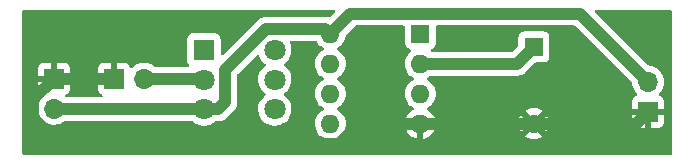
<source format=gbr>
%TF.GenerationSoftware,KiCad,Pcbnew,6.0.9+dfsg-1*%
%TF.CreationDate,2023-01-17T16:08:27-08:00*%
%TF.ProjectId,backup_beeper_kicad,6261636b-7570-45f6-9265-657065725f6b,rev?*%
%TF.SameCoordinates,PX7616b68PY59a0560*%
%TF.FileFunction,Copper,L1,Top*%
%TF.FilePolarity,Positive*%
%FSLAX46Y46*%
G04 Gerber Fmt 4.6, Leading zero omitted, Abs format (unit mm)*
G04 Created by KiCad (PCBNEW 6.0.9+dfsg-1) date 2023-01-17 16:08:27*
%MOMM*%
%LPD*%
G01*
G04 APERTURE LIST*
%TA.AperFunction,ComponentPad*%
%ADD10R,1.600000X1.600000*%
%TD*%
%TA.AperFunction,ComponentPad*%
%ADD11O,1.600000X1.600000*%
%TD*%
%TA.AperFunction,ComponentPad*%
%ADD12R,1.800000X1.800000*%
%TD*%
%TA.AperFunction,ComponentPad*%
%ADD13C,1.800000*%
%TD*%
%TA.AperFunction,ComponentPad*%
%ADD14R,1.700000X1.700000*%
%TD*%
%TA.AperFunction,ComponentPad*%
%ADD15O,1.700000X1.700000*%
%TD*%
%TA.AperFunction,ComponentPad*%
%ADD16C,1.600000*%
%TD*%
%TA.AperFunction,Conductor*%
%ADD17C,1.000000*%
%TD*%
G04 APERTURE END LIST*
D10*
%TO.P,U1,1,~{RESET}/PB5*%
%TO.N,unconnected-(U1-Pad1)*%
X34196666Y-2540000D03*
D11*
%TO.P,U1,2,XTAL1/PB3*%
%TO.N,Net-(BZ1-Pad1)*%
X34196666Y-5080000D03*
%TO.P,U1,3,XTAL2/PB4*%
%TO.N,unconnected-(U1-Pad3)*%
X34196666Y-7620000D03*
%TO.P,U1,4,GND*%
%TO.N,GND*%
X34196666Y-10160000D03*
%TO.P,U1,5,AREF/PB0*%
%TO.N,unconnected-(U1-Pad5)*%
X26576666Y-10160000D03*
%TO.P,U1,6,PB1*%
%TO.N,unconnected-(U1-Pad6)*%
X26576666Y-7620000D03*
%TO.P,U1,7,PB2*%
%TO.N,unconnected-(U1-Pad7)*%
X26576666Y-5080000D03*
%TO.P,U1,8,VCC*%
%TO.N,/VCC*%
X26576666Y-2540000D03*
%TD*%
D12*
%TO.P,SW1,1,A*%
%TO.N,unconnected-(SW1-Pad1)*%
X15875000Y-3927500D03*
D13*
%TO.P,SW1,2,B*%
%TO.N,/4V*%
X15875000Y-6427500D03*
%TO.P,SW1,3,C*%
%TO.N,/VCC*%
X15875000Y-8927500D03*
%TO.P,SW1,4,A*%
%TO.N,unconnected-(SW1-Pad4)*%
X21875000Y-3927500D03*
%TO.P,SW1,5,B*%
%TO.N,unconnected-(SW1-Pad5)*%
X21875000Y-6427500D03*
%TO.P,SW1,6,C*%
%TO.N,unconnected-(SW1-Pad6)*%
X21875000Y-8927500D03*
%TD*%
D14*
%TO.P,J3,1,Pin_1*%
%TO.N,GND*%
X53467000Y-9144000D03*
D15*
%TO.P,J3,2,Pin_2*%
%TO.N,/VCC*%
X53467000Y-6604000D03*
%TD*%
D14*
%TO.P,J2,1,Pin_1*%
%TO.N,GND*%
X3175000Y-6350000D03*
D15*
%TO.P,J2,2,Pin_2*%
%TO.N,/VCC*%
X3175000Y-8890000D03*
%TD*%
D14*
%TO.P,J1,1,Pin_1*%
%TO.N,GND*%
X8255000Y-6350000D03*
D15*
%TO.P,J1,2,Pin_2*%
%TO.N,/4V*%
X10795000Y-6350000D03*
%TD*%
D10*
%TO.P,BZ1,1,-*%
%TO.N,Net-(BZ1-Pad1)*%
X43815000Y-3660000D03*
D16*
%TO.P,BZ1,2,+*%
%TO.N,GND*%
X43815000Y-10160000D03*
%TD*%
D17*
%TO.N,/VCC*%
X53467000Y-6604000D02*
X47703000Y-840000D01*
X47703000Y-840000D02*
X28276666Y-840000D01*
%TO.N,GND*%
X43815000Y-10160000D02*
X52451000Y-10160000D01*
X52451000Y-10160000D02*
X53467000Y-9144000D01*
X3605000Y-11860000D02*
X27280830Y-11860000D01*
X27280830Y-11860000D02*
X28980830Y-10160000D01*
X1425000Y-9680000D02*
X3605000Y-11860000D01*
X1425000Y-8100000D02*
X1425000Y-9680000D01*
X3175000Y-6350000D02*
X1425000Y-8100000D01*
X28980830Y-10160000D02*
X34196666Y-10160000D01*
X8255000Y-6350000D02*
X3175000Y-6350000D01*
%TO.N,/VCC*%
X15875000Y-8927500D02*
X3212500Y-8927500D01*
X3212500Y-8927500D02*
X3175000Y-8890000D01*
%TO.N,/4V*%
X10795000Y-6350000D02*
X15797500Y-6350000D01*
X15797500Y-6350000D02*
X15875000Y-6427500D01*
%TO.N,/VCC*%
X26164166Y-2127500D02*
X21129415Y-2127500D01*
X26576666Y-2540000D02*
X26164166Y-2127500D01*
X21129415Y-2127500D02*
X17675000Y-5581915D01*
X17675000Y-5581915D02*
X17675000Y-8360000D01*
X17675000Y-8360000D02*
X17107500Y-8927500D01*
X17107500Y-8927500D02*
X15875000Y-8927500D01*
X26576666Y-2540000D02*
X28276666Y-840000D01*
%TO.N,GND*%
X34196666Y-10160000D02*
X43815000Y-10160000D01*
%TO.N,Net-(BZ1-Pad1)*%
X34196666Y-5080000D02*
X42395000Y-5080000D01*
X42395000Y-5080000D02*
X43815000Y-3660000D01*
%TD*%
%TA.AperFunction,Conductor*%
%TO.N,GND*%
G36*
X26945862Y-528502D02*
G01*
X26992355Y-582158D01*
X27002459Y-652432D01*
X26972965Y-717012D01*
X26966836Y-723595D01*
X26565156Y-1125275D01*
X26502844Y-1159301D01*
X26437963Y-1156282D01*
X26380736Y-1138129D01*
X26374860Y-1136265D01*
X26369564Y-1135671D01*
X26364468Y-1134113D01*
X26271909Y-1124710D01*
X26270773Y-1124589D01*
X26237158Y-1120819D01*
X26224436Y-1119392D01*
X26224432Y-1119392D01*
X26220939Y-1119000D01*
X26217412Y-1119000D01*
X26216427Y-1118945D01*
X26210747Y-1118498D01*
X26181341Y-1115511D01*
X26173829Y-1114748D01*
X26173827Y-1114748D01*
X26167704Y-1114126D01*
X26125425Y-1118123D01*
X26122057Y-1118441D01*
X26110199Y-1119000D01*
X21191265Y-1119000D01*
X21177657Y-1118263D01*
X21146152Y-1114840D01*
X21146148Y-1114840D01*
X21140027Y-1114175D01*
X21133888Y-1114712D01*
X21133884Y-1114712D01*
X21090004Y-1118551D01*
X21085167Y-1118881D01*
X21082729Y-1119000D01*
X21079646Y-1119000D01*
X21076589Y-1119300D01*
X21076584Y-1119300D01*
X21036995Y-1123182D01*
X21035680Y-1123304D01*
X20949138Y-1130875D01*
X20949136Y-1130875D01*
X20943002Y-1131412D01*
X20937878Y-1132901D01*
X20932582Y-1133420D01*
X20843587Y-1160289D01*
X20842500Y-1160611D01*
X20753079Y-1186591D01*
X20748347Y-1189044D01*
X20743246Y-1190584D01*
X20737803Y-1193478D01*
X20661155Y-1234231D01*
X20659989Y-1234843D01*
X20582962Y-1274771D01*
X20577489Y-1277608D01*
X20573326Y-1280931D01*
X20568619Y-1283434D01*
X20563844Y-1287328D01*
X20563843Y-1287329D01*
X20496517Y-1342239D01*
X20495490Y-1343067D01*
X20459207Y-1372031D01*
X20459202Y-1372036D01*
X20456443Y-1374238D01*
X20453942Y-1376739D01*
X20453224Y-1377381D01*
X20448876Y-1381094D01*
X20415353Y-1408435D01*
X20411430Y-1413177D01*
X20411428Y-1413179D01*
X20386118Y-1443773D01*
X20378128Y-1452553D01*
X17498595Y-4332086D01*
X17436283Y-4366112D01*
X17365468Y-4361047D01*
X17308632Y-4318500D01*
X17283821Y-4251980D01*
X17283500Y-4242991D01*
X17283500Y-2979366D01*
X17276745Y-2917184D01*
X17225615Y-2780795D01*
X17138261Y-2664239D01*
X17021705Y-2576885D01*
X16885316Y-2525755D01*
X16823134Y-2519000D01*
X14926866Y-2519000D01*
X14864684Y-2525755D01*
X14728295Y-2576885D01*
X14611739Y-2664239D01*
X14524385Y-2780795D01*
X14473255Y-2917184D01*
X14466500Y-2979366D01*
X14466500Y-4875634D01*
X14473255Y-4937816D01*
X14524385Y-5074205D01*
X14538739Y-5093357D01*
X14573647Y-5139935D01*
X14598495Y-5206441D01*
X14583442Y-5275824D01*
X14533268Y-5326054D01*
X14472821Y-5341500D01*
X11753799Y-5341500D01*
X11685678Y-5321498D01*
X11675707Y-5314382D01*
X11553414Y-5217800D01*
X11553410Y-5217798D01*
X11549359Y-5214598D01*
X11353789Y-5106638D01*
X11348920Y-5104914D01*
X11348916Y-5104912D01*
X11148087Y-5033795D01*
X11148083Y-5033794D01*
X11143212Y-5032069D01*
X11138119Y-5031162D01*
X11138116Y-5031161D01*
X10928373Y-4993800D01*
X10928367Y-4993799D01*
X10923284Y-4992894D01*
X10849452Y-4991992D01*
X10705081Y-4990228D01*
X10705079Y-4990228D01*
X10699911Y-4990165D01*
X10479091Y-5023955D01*
X10266756Y-5093357D01*
X10236443Y-5109137D01*
X10164862Y-5146400D01*
X10068607Y-5196507D01*
X10064474Y-5199610D01*
X10064471Y-5199612D01*
X9919996Y-5308087D01*
X9889965Y-5330635D01*
X9886393Y-5334373D01*
X9808898Y-5415466D01*
X9747374Y-5450895D01*
X9676462Y-5447438D01*
X9618676Y-5406192D01*
X9599823Y-5372644D01*
X9558324Y-5261946D01*
X9549786Y-5246351D01*
X9473285Y-5144276D01*
X9460724Y-5131715D01*
X9358649Y-5055214D01*
X9343054Y-5046676D01*
X9222606Y-5001522D01*
X9207351Y-4997895D01*
X9156486Y-4992369D01*
X9149672Y-4992000D01*
X8527115Y-4992000D01*
X8511876Y-4996475D01*
X8510671Y-4997865D01*
X8509000Y-5005548D01*
X8509000Y-6478000D01*
X8488998Y-6546121D01*
X8435342Y-6592614D01*
X8383000Y-6604000D01*
X6915116Y-6604000D01*
X6899877Y-6608475D01*
X6898672Y-6609865D01*
X6897001Y-6617548D01*
X6897001Y-7244669D01*
X6897371Y-7251490D01*
X6902895Y-7302352D01*
X6906521Y-7317604D01*
X6951676Y-7438054D01*
X6960214Y-7453649D01*
X7036715Y-7555724D01*
X7049276Y-7568285D01*
X7151351Y-7644786D01*
X7166946Y-7653324D01*
X7224814Y-7675018D01*
X7281578Y-7717660D01*
X7306278Y-7784221D01*
X7291070Y-7853570D01*
X7240784Y-7903688D01*
X7180584Y-7919000D01*
X4249416Y-7919000D01*
X4181295Y-7898998D01*
X4134802Y-7845342D01*
X4124698Y-7775068D01*
X4154192Y-7710488D01*
X4205186Y-7675018D01*
X4263054Y-7653324D01*
X4278649Y-7644786D01*
X4380724Y-7568285D01*
X4393285Y-7555724D01*
X4469786Y-7453649D01*
X4478324Y-7438054D01*
X4523478Y-7317606D01*
X4527105Y-7302351D01*
X4532631Y-7251486D01*
X4533000Y-7244672D01*
X4533000Y-6622115D01*
X4528525Y-6606876D01*
X4527135Y-6605671D01*
X4519452Y-6604000D01*
X1835116Y-6604000D01*
X1819877Y-6608475D01*
X1818672Y-6609865D01*
X1817001Y-6617548D01*
X1817001Y-7244669D01*
X1817371Y-7251490D01*
X1822895Y-7302352D01*
X1826521Y-7317604D01*
X1871676Y-7438054D01*
X1880214Y-7453649D01*
X1956715Y-7555724D01*
X1969276Y-7568285D01*
X2071351Y-7644786D01*
X2086946Y-7653324D01*
X2195827Y-7694142D01*
X2252591Y-7736784D01*
X2277291Y-7803345D01*
X2262083Y-7872694D01*
X2242691Y-7899175D01*
X2179068Y-7965753D01*
X2115629Y-8032138D01*
X2112715Y-8036410D01*
X2112714Y-8036411D01*
X2090318Y-8069243D01*
X1989743Y-8216680D01*
X1948267Y-8306033D01*
X1898958Y-8412261D01*
X1895688Y-8419305D01*
X1835989Y-8634570D01*
X1812251Y-8856695D01*
X1812548Y-8861848D01*
X1812548Y-8861851D01*
X1820791Y-9004814D01*
X1825110Y-9079715D01*
X1826247Y-9084761D01*
X1826248Y-9084767D01*
X1841181Y-9151028D01*
X1874222Y-9297639D01*
X1958266Y-9504616D01*
X1960965Y-9509020D01*
X2062001Y-9673896D01*
X2074987Y-9695088D01*
X2221250Y-9863938D01*
X2393126Y-10006632D01*
X2586000Y-10119338D01*
X2794692Y-10199030D01*
X2799760Y-10200061D01*
X2799763Y-10200062D01*
X2907017Y-10221883D01*
X3013597Y-10243567D01*
X3018772Y-10243757D01*
X3018774Y-10243757D01*
X3231673Y-10251564D01*
X3231677Y-10251564D01*
X3236837Y-10251753D01*
X3241957Y-10251097D01*
X3241959Y-10251097D01*
X3453288Y-10224025D01*
X3453289Y-10224025D01*
X3458416Y-10223368D01*
X3529359Y-10202084D01*
X3667429Y-10160661D01*
X3667434Y-10160659D01*
X3672384Y-10159174D01*
X3872994Y-10060896D01*
X3965956Y-9994587D01*
X4015258Y-9959421D01*
X4088426Y-9936000D01*
X14839114Y-9936000D01*
X14907235Y-9956002D01*
X14919595Y-9965053D01*
X15064349Y-10085230D01*
X15264322Y-10202084D01*
X15480694Y-10284709D01*
X15485760Y-10285740D01*
X15485761Y-10285740D01*
X15538846Y-10296540D01*
X15707656Y-10330885D01*
X15838324Y-10335676D01*
X15933949Y-10339183D01*
X15933953Y-10339183D01*
X15939113Y-10339372D01*
X15944233Y-10338716D01*
X15944235Y-10338716D01*
X16017270Y-10329360D01*
X16168847Y-10309942D01*
X16173795Y-10308457D01*
X16173802Y-10308456D01*
X16385747Y-10244869D01*
X16390690Y-10243386D01*
X16431552Y-10223368D01*
X16594049Y-10143762D01*
X16594052Y-10143760D01*
X16598684Y-10141491D01*
X16787243Y-10006994D01*
X16790900Y-10003350D01*
X16790906Y-10003345D01*
X16821609Y-9972749D01*
X16883980Y-9938833D01*
X16910548Y-9936000D01*
X17045657Y-9936000D01*
X17059264Y-9936737D01*
X17090762Y-9940159D01*
X17090767Y-9940159D01*
X17096888Y-9940824D01*
X17123138Y-9938527D01*
X17146888Y-9936450D01*
X17151714Y-9936121D01*
X17154186Y-9936000D01*
X17157269Y-9936000D01*
X17169238Y-9934826D01*
X17200006Y-9931810D01*
X17201319Y-9931688D01*
X17245584Y-9927815D01*
X17293913Y-9923587D01*
X17299032Y-9922100D01*
X17304333Y-9921580D01*
X17393334Y-9894709D01*
X17394467Y-9894374D01*
X17477914Y-9870130D01*
X17477918Y-9870128D01*
X17483836Y-9868409D01*
X17488568Y-9865956D01*
X17493669Y-9864416D01*
X17532998Y-9843505D01*
X17575760Y-9820769D01*
X17576926Y-9820157D01*
X17653953Y-9780229D01*
X17659426Y-9777392D01*
X17663589Y-9774069D01*
X17668296Y-9771566D01*
X17740418Y-9712745D01*
X17741274Y-9712054D01*
X17780473Y-9680762D01*
X17782977Y-9678258D01*
X17783695Y-9677616D01*
X17788028Y-9673915D01*
X17821562Y-9646565D01*
X17850788Y-9611236D01*
X17858779Y-9602455D01*
X18344379Y-9116855D01*
X18354522Y-9107753D01*
X18379218Y-9087897D01*
X18384025Y-9084032D01*
X18416292Y-9045578D01*
X18419472Y-9041931D01*
X18421115Y-9040119D01*
X18423309Y-9037925D01*
X18450642Y-9004651D01*
X18451348Y-9003800D01*
X18488743Y-8959235D01*
X18511154Y-8932526D01*
X18513722Y-8927856D01*
X18517103Y-8923739D01*
X18560977Y-8841914D01*
X18561606Y-8840755D01*
X18603462Y-8764619D01*
X18603465Y-8764611D01*
X18606433Y-8759213D01*
X18608045Y-8754131D01*
X18610562Y-8749437D01*
X18637762Y-8660469D01*
X18638108Y-8659358D01*
X18645972Y-8634570D01*
X18666235Y-8570694D01*
X18666829Y-8565398D01*
X18668387Y-8560302D01*
X18677790Y-8467743D01*
X18677911Y-8466607D01*
X18683500Y-8416773D01*
X18683500Y-8413246D01*
X18683555Y-8412261D01*
X18684002Y-8406581D01*
X18688374Y-8363538D01*
X18684059Y-8317891D01*
X18683500Y-8306033D01*
X18683500Y-6051840D01*
X18703502Y-5983719D01*
X18720405Y-5962745D01*
X20336158Y-4346992D01*
X20398470Y-4312966D01*
X20469285Y-4318031D01*
X20526121Y-4360578D01*
X20541996Y-4388682D01*
X20613484Y-4564737D01*
X20734501Y-4762219D01*
X20886147Y-4937284D01*
X21059725Y-5081391D01*
X21061462Y-5082833D01*
X21101097Y-5141735D01*
X21102595Y-5212716D01*
X21065481Y-5273239D01*
X21056630Y-5280537D01*
X20949946Y-5360638D01*
X20936655Y-5370617D01*
X20933083Y-5374355D01*
X20780308Y-5534225D01*
X20776639Y-5538064D01*
X20773725Y-5542336D01*
X20773724Y-5542337D01*
X20758152Y-5565165D01*
X20646119Y-5729399D01*
X20548602Y-5939481D01*
X20486707Y-6162669D01*
X20462095Y-6392969D01*
X20462392Y-6398122D01*
X20462392Y-6398125D01*
X20474828Y-6613802D01*
X20475427Y-6624197D01*
X20476564Y-6629243D01*
X20476565Y-6629249D01*
X20508692Y-6771803D01*
X20526346Y-6850142D01*
X20528288Y-6854924D01*
X20528289Y-6854928D01*
X20611540Y-7059950D01*
X20613484Y-7064737D01*
X20734501Y-7262219D01*
X20886147Y-7437284D01*
X21050556Y-7573779D01*
X21061462Y-7582833D01*
X21101097Y-7641735D01*
X21102595Y-7712716D01*
X21065481Y-7773239D01*
X21056630Y-7780537D01*
X20973961Y-7842607D01*
X20936655Y-7870617D01*
X20776639Y-8038064D01*
X20773725Y-8042336D01*
X20773724Y-8042337D01*
X20758992Y-8063933D01*
X20646119Y-8229399D01*
X20548602Y-8439481D01*
X20486707Y-8662669D01*
X20462095Y-8892969D01*
X20462392Y-8898122D01*
X20462392Y-8898125D01*
X20468524Y-9004471D01*
X20475427Y-9124197D01*
X20476564Y-9129243D01*
X20476565Y-9129249D01*
X20508741Y-9272023D01*
X20526346Y-9350142D01*
X20528288Y-9354924D01*
X20528289Y-9354928D01*
X20611540Y-9559950D01*
X20613484Y-9564737D01*
X20734501Y-9762219D01*
X20886147Y-9937284D01*
X21064349Y-10085230D01*
X21264322Y-10202084D01*
X21480694Y-10284709D01*
X21485760Y-10285740D01*
X21485761Y-10285740D01*
X21538846Y-10296540D01*
X21707656Y-10330885D01*
X21838324Y-10335676D01*
X21933949Y-10339183D01*
X21933953Y-10339183D01*
X21939113Y-10339372D01*
X21944233Y-10338716D01*
X21944235Y-10338716D01*
X22017270Y-10329360D01*
X22168847Y-10309942D01*
X22173795Y-10308457D01*
X22173802Y-10308456D01*
X22385747Y-10244869D01*
X22390690Y-10243386D01*
X22431552Y-10223368D01*
X22594049Y-10143762D01*
X22594052Y-10143760D01*
X22598684Y-10141491D01*
X22787243Y-10006994D01*
X22951303Y-9843505D01*
X22967641Y-9820769D01*
X23002996Y-9771566D01*
X23086458Y-9655417D01*
X23108294Y-9611236D01*
X23186784Y-9452422D01*
X23186785Y-9452420D01*
X23189078Y-9447780D01*
X23256408Y-9226171D01*
X23286640Y-8996541D01*
X23287593Y-8957554D01*
X23288245Y-8930865D01*
X23288245Y-8930861D01*
X23288327Y-8927500D01*
X23279597Y-8821317D01*
X23269773Y-8701818D01*
X23269772Y-8701812D01*
X23269349Y-8696667D01*
X23212925Y-8472033D01*
X23207601Y-8459789D01*
X23122630Y-8264368D01*
X23122628Y-8264365D01*
X23120570Y-8259631D01*
X22994764Y-8065165D01*
X22986376Y-8055946D01*
X22904306Y-7965753D01*
X22838887Y-7893858D01*
X22834836Y-7890659D01*
X22834832Y-7890655D01*
X22688690Y-7775240D01*
X22647627Y-7717323D01*
X22644395Y-7646400D01*
X22680020Y-7584989D01*
X22693613Y-7573779D01*
X22787243Y-7506994D01*
X22951303Y-7343505D01*
X23086458Y-7155417D01*
X23108681Y-7110453D01*
X23186784Y-6952422D01*
X23186785Y-6952420D01*
X23189078Y-6947780D01*
X23256408Y-6726171D01*
X23286640Y-6496541D01*
X23286984Y-6482477D01*
X23288245Y-6430865D01*
X23288245Y-6430861D01*
X23288327Y-6427500D01*
X23271064Y-6217523D01*
X23269773Y-6201818D01*
X23269772Y-6201812D01*
X23269349Y-6196667D01*
X23239196Y-6076623D01*
X23214184Y-5977044D01*
X23214183Y-5977040D01*
X23212925Y-5972033D01*
X23209689Y-5964590D01*
X23122630Y-5764368D01*
X23122628Y-5764365D01*
X23120570Y-5759631D01*
X22994764Y-5565165D01*
X22838887Y-5393858D01*
X22834836Y-5390659D01*
X22834832Y-5390655D01*
X22688690Y-5275240D01*
X22647627Y-5217323D01*
X22644395Y-5146400D01*
X22680020Y-5084989D01*
X22693613Y-5073779D01*
X22787243Y-5006994D01*
X22799403Y-4994877D01*
X22937366Y-4857393D01*
X22951303Y-4843505D01*
X23086458Y-4655417D01*
X23096022Y-4636067D01*
X23186784Y-4452422D01*
X23186785Y-4452420D01*
X23189078Y-4447780D01*
X23256408Y-4226171D01*
X23286640Y-3996541D01*
X23288327Y-3927500D01*
X23276630Y-3785229D01*
X23269773Y-3701818D01*
X23269772Y-3701812D01*
X23269349Y-3696667D01*
X23212925Y-3472033D01*
X23206700Y-3457715D01*
X23143446Y-3312242D01*
X23134626Y-3241796D01*
X23165293Y-3177764D01*
X23225709Y-3140476D01*
X23258996Y-3136000D01*
X25331877Y-3136000D01*
X25399998Y-3156002D01*
X25438967Y-3196872D01*
X25439143Y-3196749D01*
X25570468Y-3384300D01*
X25732366Y-3546198D01*
X25736874Y-3549355D01*
X25736877Y-3549357D01*
X25749499Y-3558195D01*
X25919917Y-3677523D01*
X25924899Y-3679846D01*
X25924904Y-3679849D01*
X25959123Y-3695805D01*
X26012408Y-3742722D01*
X26031869Y-3810999D01*
X26011327Y-3878959D01*
X25959123Y-3924195D01*
X25924904Y-3940151D01*
X25924899Y-3940154D01*
X25919917Y-3942477D01*
X25837967Y-3999859D01*
X25736877Y-4070643D01*
X25736874Y-4070645D01*
X25732366Y-4073802D01*
X25570468Y-4235700D01*
X25567311Y-4240208D01*
X25567309Y-4240211D01*
X25516366Y-4312966D01*
X25439143Y-4423251D01*
X25436820Y-4428233D01*
X25436817Y-4428238D01*
X25344705Y-4625775D01*
X25342382Y-4630757D01*
X25340960Y-4636065D01*
X25340959Y-4636067D01*
X25285376Y-4843505D01*
X25283123Y-4851913D01*
X25263168Y-5080000D01*
X25283123Y-5308087D01*
X25284547Y-5313400D01*
X25284547Y-5313402D01*
X25332440Y-5492138D01*
X25342382Y-5529243D01*
X25344705Y-5534224D01*
X25344705Y-5534225D01*
X25436817Y-5731762D01*
X25436820Y-5731767D01*
X25439143Y-5736749D01*
X25570468Y-5924300D01*
X25732366Y-6086198D01*
X25736874Y-6089355D01*
X25736877Y-6089357D01*
X25815055Y-6144098D01*
X25919917Y-6217523D01*
X25924899Y-6219846D01*
X25924904Y-6219849D01*
X25959123Y-6235805D01*
X26012408Y-6282722D01*
X26031869Y-6350999D01*
X26011327Y-6418959D01*
X25959123Y-6464195D01*
X25924904Y-6480151D01*
X25924899Y-6480154D01*
X25919917Y-6482477D01*
X25838173Y-6539715D01*
X25736877Y-6610643D01*
X25736874Y-6610645D01*
X25732366Y-6613802D01*
X25570468Y-6775700D01*
X25567311Y-6780208D01*
X25567309Y-6780211D01*
X25554316Y-6798767D01*
X25439143Y-6963251D01*
X25436820Y-6968233D01*
X25436817Y-6968238D01*
X25349535Y-7155417D01*
X25342382Y-7170757D01*
X25340960Y-7176065D01*
X25340959Y-7176067D01*
X25296094Y-7343505D01*
X25283123Y-7391913D01*
X25263168Y-7620000D01*
X25283123Y-7848087D01*
X25284547Y-7853400D01*
X25284547Y-7853402D01*
X25335173Y-8042337D01*
X25342382Y-8069243D01*
X25344705Y-8074224D01*
X25344705Y-8074225D01*
X25436817Y-8271762D01*
X25436820Y-8271767D01*
X25439143Y-8276749D01*
X25504202Y-8369663D01*
X25556572Y-8444454D01*
X25570468Y-8464300D01*
X25732366Y-8626198D01*
X25736874Y-8629355D01*
X25736877Y-8629357D01*
X25784452Y-8662669D01*
X25919917Y-8757523D01*
X25924899Y-8759846D01*
X25924904Y-8759849D01*
X25959123Y-8775805D01*
X26012408Y-8822722D01*
X26031869Y-8890999D01*
X26011327Y-8958959D01*
X25959123Y-9004195D01*
X25924904Y-9020151D01*
X25924899Y-9020154D01*
X25919917Y-9022477D01*
X25862746Y-9062509D01*
X25736877Y-9150643D01*
X25736874Y-9150645D01*
X25732366Y-9153802D01*
X25570468Y-9315700D01*
X25439143Y-9503251D01*
X25436820Y-9508233D01*
X25436817Y-9508238D01*
X25347869Y-9698990D01*
X25342382Y-9710757D01*
X25340960Y-9716065D01*
X25340959Y-9716067D01*
X25286029Y-9921067D01*
X25283123Y-9931913D01*
X25263168Y-10160000D01*
X25283123Y-10388087D01*
X25284547Y-10393400D01*
X25284547Y-10393402D01*
X25321691Y-10532022D01*
X25342382Y-10609243D01*
X25344705Y-10614224D01*
X25344705Y-10614225D01*
X25436817Y-10811762D01*
X25436820Y-10811767D01*
X25439143Y-10816749D01*
X25570468Y-11004300D01*
X25732366Y-11166198D01*
X25736874Y-11169355D01*
X25736877Y-11169357D01*
X25815055Y-11224098D01*
X25919917Y-11297523D01*
X25924899Y-11299846D01*
X25924904Y-11299849D01*
X26121431Y-11391490D01*
X26127423Y-11394284D01*
X26132731Y-11395706D01*
X26132733Y-11395707D01*
X26343264Y-11452119D01*
X26343266Y-11452119D01*
X26348579Y-11453543D01*
X26576666Y-11473498D01*
X26804753Y-11453543D01*
X26810066Y-11452119D01*
X26810068Y-11452119D01*
X27020599Y-11395707D01*
X27020601Y-11395706D01*
X27025909Y-11394284D01*
X27031901Y-11391490D01*
X27228428Y-11299849D01*
X27228433Y-11299846D01*
X27233415Y-11297523D01*
X27338277Y-11224098D01*
X27416455Y-11169357D01*
X27416458Y-11169355D01*
X27420966Y-11166198D01*
X27582864Y-11004300D01*
X27714189Y-10816749D01*
X27716512Y-10811767D01*
X27716515Y-10811762D01*
X27808627Y-10614225D01*
X27808627Y-10614224D01*
X27810950Y-10609243D01*
X27831642Y-10532022D01*
X27859911Y-10426522D01*
X32913939Y-10426522D01*
X32961430Y-10603761D01*
X32965176Y-10614053D01*
X33057252Y-10811511D01*
X33062735Y-10821007D01*
X33187694Y-10999467D01*
X33194750Y-11007875D01*
X33348791Y-11161916D01*
X33357199Y-11168972D01*
X33535659Y-11293931D01*
X33545155Y-11299414D01*
X33742613Y-11391490D01*
X33752905Y-11395236D01*
X33925169Y-11441394D01*
X33939265Y-11441058D01*
X33942666Y-11433116D01*
X33942666Y-11427967D01*
X34450666Y-11427967D01*
X34454639Y-11441498D01*
X34463188Y-11442727D01*
X34640427Y-11395236D01*
X34650719Y-11391490D01*
X34848177Y-11299414D01*
X34857673Y-11293931D01*
X34926037Y-11246062D01*
X43093493Y-11246062D01*
X43102789Y-11258077D01*
X43153994Y-11293931D01*
X43163489Y-11299414D01*
X43360947Y-11391490D01*
X43371239Y-11395236D01*
X43581688Y-11451625D01*
X43592481Y-11453528D01*
X43809525Y-11472517D01*
X43820475Y-11472517D01*
X44037519Y-11453528D01*
X44048312Y-11451625D01*
X44258761Y-11395236D01*
X44269053Y-11391490D01*
X44466511Y-11299414D01*
X44476006Y-11293931D01*
X44528048Y-11257491D01*
X44536424Y-11247012D01*
X44529356Y-11233566D01*
X43827812Y-10532022D01*
X43813868Y-10524408D01*
X43812035Y-10524539D01*
X43805420Y-10528790D01*
X43099923Y-11234287D01*
X43093493Y-11246062D01*
X34926037Y-11246062D01*
X35036133Y-11168972D01*
X35044541Y-11161916D01*
X35198582Y-11007875D01*
X35205638Y-10999467D01*
X35330597Y-10821007D01*
X35336080Y-10811511D01*
X35428156Y-10614053D01*
X35431902Y-10603761D01*
X35478060Y-10431497D01*
X35477724Y-10417401D01*
X35469782Y-10414000D01*
X34468781Y-10414000D01*
X34453542Y-10418475D01*
X34452337Y-10419865D01*
X34450666Y-10427548D01*
X34450666Y-11427967D01*
X33942666Y-11427967D01*
X33942666Y-10432115D01*
X33938191Y-10416876D01*
X33936801Y-10415671D01*
X33929118Y-10414000D01*
X32928699Y-10414000D01*
X32915168Y-10417973D01*
X32913939Y-10426522D01*
X27859911Y-10426522D01*
X27868785Y-10393402D01*
X27868785Y-10393400D01*
X27870209Y-10388087D01*
X27889685Y-10165475D01*
X42502483Y-10165475D01*
X42521472Y-10382519D01*
X42523375Y-10393312D01*
X42579764Y-10603761D01*
X42583510Y-10614053D01*
X42675586Y-10811511D01*
X42681069Y-10821006D01*
X42717509Y-10873048D01*
X42727988Y-10881424D01*
X42741434Y-10874356D01*
X43442978Y-10172812D01*
X43449356Y-10161132D01*
X44179408Y-10161132D01*
X44179539Y-10162965D01*
X44183790Y-10169580D01*
X44889287Y-10875077D01*
X44901062Y-10881507D01*
X44913077Y-10872211D01*
X44948931Y-10821006D01*
X44954414Y-10811511D01*
X45046490Y-10614053D01*
X45050236Y-10603761D01*
X45106625Y-10393312D01*
X45108528Y-10382519D01*
X45127517Y-10165475D01*
X45127517Y-10154525D01*
X45117381Y-10038669D01*
X52109001Y-10038669D01*
X52109371Y-10045490D01*
X52114895Y-10096352D01*
X52118521Y-10111604D01*
X52163676Y-10232054D01*
X52172214Y-10247649D01*
X52248715Y-10349724D01*
X52261276Y-10362285D01*
X52363351Y-10438786D01*
X52378946Y-10447324D01*
X52499394Y-10492478D01*
X52514649Y-10496105D01*
X52565514Y-10501631D01*
X52572328Y-10502000D01*
X53194885Y-10502000D01*
X53210124Y-10497525D01*
X53211329Y-10496135D01*
X53213000Y-10488452D01*
X53213000Y-10483884D01*
X53721000Y-10483884D01*
X53725475Y-10499123D01*
X53726865Y-10500328D01*
X53734548Y-10501999D01*
X54361669Y-10501999D01*
X54368490Y-10501629D01*
X54419352Y-10496105D01*
X54434604Y-10492479D01*
X54555054Y-10447324D01*
X54570649Y-10438786D01*
X54672724Y-10362285D01*
X54685285Y-10349724D01*
X54761786Y-10247649D01*
X54770324Y-10232054D01*
X54815478Y-10111606D01*
X54819105Y-10096351D01*
X54824631Y-10045486D01*
X54825000Y-10038672D01*
X54825000Y-9416115D01*
X54820525Y-9400876D01*
X54819135Y-9399671D01*
X54811452Y-9398000D01*
X53739115Y-9398000D01*
X53723876Y-9402475D01*
X53722671Y-9403865D01*
X53721000Y-9411548D01*
X53721000Y-10483884D01*
X53213000Y-10483884D01*
X53213000Y-9416115D01*
X53208525Y-9400876D01*
X53207135Y-9399671D01*
X53199452Y-9398000D01*
X52127116Y-9398000D01*
X52111877Y-9402475D01*
X52110672Y-9403865D01*
X52109001Y-9411548D01*
X52109001Y-10038669D01*
X45117381Y-10038669D01*
X45108528Y-9937481D01*
X45106625Y-9926688D01*
X45050236Y-9716239D01*
X45046490Y-9705947D01*
X44954414Y-9508489D01*
X44948931Y-9498994D01*
X44912491Y-9446952D01*
X44902012Y-9438576D01*
X44888566Y-9445644D01*
X44187022Y-10147188D01*
X44179408Y-10161132D01*
X43449356Y-10161132D01*
X43450592Y-10158868D01*
X43450461Y-10157035D01*
X43446210Y-10150420D01*
X42740713Y-9444923D01*
X42728938Y-9438493D01*
X42716923Y-9447789D01*
X42681069Y-9498994D01*
X42675586Y-9508489D01*
X42583510Y-9705947D01*
X42579764Y-9716239D01*
X42523375Y-9926688D01*
X42521472Y-9937481D01*
X42502483Y-10154525D01*
X42502483Y-10165475D01*
X27889685Y-10165475D01*
X27890164Y-10160000D01*
X27870209Y-9931913D01*
X27867303Y-9921067D01*
X27812373Y-9716067D01*
X27812372Y-9716065D01*
X27810950Y-9710757D01*
X27805463Y-9698990D01*
X27716515Y-9508238D01*
X27716512Y-9508233D01*
X27714189Y-9503251D01*
X27582864Y-9315700D01*
X27420966Y-9153802D01*
X27416458Y-9150645D01*
X27416455Y-9150643D01*
X27290586Y-9062509D01*
X27233415Y-9022477D01*
X27228433Y-9020154D01*
X27228428Y-9020151D01*
X27194209Y-9004195D01*
X27140924Y-8957278D01*
X27121463Y-8889001D01*
X27142005Y-8821041D01*
X27194209Y-8775805D01*
X27228428Y-8759849D01*
X27228433Y-8759846D01*
X27233415Y-8757523D01*
X27368880Y-8662669D01*
X27416455Y-8629357D01*
X27416458Y-8629355D01*
X27420966Y-8626198D01*
X27582864Y-8464300D01*
X27596761Y-8444454D01*
X27649130Y-8369663D01*
X27714189Y-8276749D01*
X27716512Y-8271767D01*
X27716515Y-8271762D01*
X27808627Y-8074225D01*
X27808627Y-8074224D01*
X27810950Y-8069243D01*
X27818160Y-8042337D01*
X27868785Y-7853402D01*
X27868785Y-7853400D01*
X27870209Y-7848087D01*
X27890164Y-7620000D01*
X27870209Y-7391913D01*
X27857238Y-7343505D01*
X27812373Y-7176067D01*
X27812372Y-7176065D01*
X27810950Y-7170757D01*
X27803797Y-7155417D01*
X27716515Y-6968238D01*
X27716512Y-6968233D01*
X27714189Y-6963251D01*
X27599016Y-6798767D01*
X27586023Y-6780211D01*
X27586021Y-6780208D01*
X27582864Y-6775700D01*
X27420966Y-6613802D01*
X27416458Y-6610645D01*
X27416455Y-6610643D01*
X27315159Y-6539715D01*
X27233415Y-6482477D01*
X27228433Y-6480154D01*
X27228428Y-6480151D01*
X27194209Y-6464195D01*
X27140924Y-6417278D01*
X27121463Y-6349001D01*
X27142005Y-6281041D01*
X27194209Y-6235805D01*
X27228428Y-6219849D01*
X27228433Y-6219846D01*
X27233415Y-6217523D01*
X27338277Y-6144098D01*
X27416455Y-6089357D01*
X27416458Y-6089355D01*
X27420966Y-6086198D01*
X27582864Y-5924300D01*
X27714189Y-5736749D01*
X27716512Y-5731767D01*
X27716515Y-5731762D01*
X27808627Y-5534225D01*
X27808627Y-5534224D01*
X27810950Y-5529243D01*
X27820893Y-5492138D01*
X27868785Y-5313402D01*
X27868785Y-5313400D01*
X27870209Y-5308087D01*
X27890164Y-5080000D01*
X27870209Y-4851913D01*
X27867956Y-4843505D01*
X27812373Y-4636067D01*
X27812372Y-4636065D01*
X27810950Y-4630757D01*
X27808627Y-4625775D01*
X27716515Y-4428238D01*
X27716512Y-4428233D01*
X27714189Y-4423251D01*
X27636966Y-4312966D01*
X27586023Y-4240211D01*
X27586021Y-4240208D01*
X27582864Y-4235700D01*
X27420966Y-4073802D01*
X27416458Y-4070645D01*
X27416455Y-4070643D01*
X27315365Y-3999859D01*
X27233415Y-3942477D01*
X27228433Y-3940154D01*
X27228428Y-3940151D01*
X27194209Y-3924195D01*
X27140924Y-3877278D01*
X27121463Y-3809001D01*
X27142005Y-3741041D01*
X27194209Y-3695805D01*
X27228428Y-3679849D01*
X27228433Y-3679846D01*
X27233415Y-3677523D01*
X27403833Y-3558195D01*
X27416455Y-3549357D01*
X27416458Y-3549355D01*
X27420966Y-3546198D01*
X27582864Y-3384300D01*
X27714189Y-3196749D01*
X27716512Y-3191767D01*
X27716515Y-3191762D01*
X27808627Y-2994225D01*
X27808627Y-2994224D01*
X27810950Y-2989243D01*
X27870209Y-2768087D01*
X27875358Y-2709229D01*
X27901221Y-2643112D01*
X27911784Y-2631116D01*
X28657495Y-1885405D01*
X28719807Y-1851379D01*
X28746590Y-1848500D01*
X32762166Y-1848500D01*
X32830287Y-1868502D01*
X32876780Y-1922158D01*
X32888166Y-1974500D01*
X32888166Y-3388134D01*
X32894921Y-3450316D01*
X32946051Y-3586705D01*
X33033405Y-3703261D01*
X33149961Y-3790615D01*
X33286350Y-3841745D01*
X33297140Y-3842917D01*
X33299272Y-3843803D01*
X33301888Y-3844425D01*
X33301787Y-3844848D01*
X33362701Y-3870155D01*
X33403129Y-3928517D01*
X33405588Y-3999471D01*
X33369295Y-4060490D01*
X33360635Y-4067489D01*
X33356873Y-4070646D01*
X33352366Y-4073802D01*
X33190468Y-4235700D01*
X33187311Y-4240208D01*
X33187309Y-4240211D01*
X33136366Y-4312966D01*
X33059143Y-4423251D01*
X33056820Y-4428233D01*
X33056817Y-4428238D01*
X32964705Y-4625775D01*
X32962382Y-4630757D01*
X32960960Y-4636065D01*
X32960959Y-4636067D01*
X32905376Y-4843505D01*
X32903123Y-4851913D01*
X32883168Y-5080000D01*
X32903123Y-5308087D01*
X32904547Y-5313400D01*
X32904547Y-5313402D01*
X32952440Y-5492138D01*
X32962382Y-5529243D01*
X32964705Y-5534224D01*
X32964705Y-5534225D01*
X33056817Y-5731762D01*
X33056820Y-5731767D01*
X33059143Y-5736749D01*
X33190468Y-5924300D01*
X33352366Y-6086198D01*
X33356874Y-6089355D01*
X33356877Y-6089357D01*
X33435055Y-6144098D01*
X33539917Y-6217523D01*
X33544899Y-6219846D01*
X33544904Y-6219849D01*
X33579123Y-6235805D01*
X33632408Y-6282722D01*
X33651869Y-6350999D01*
X33631327Y-6418959D01*
X33579123Y-6464195D01*
X33544904Y-6480151D01*
X33544899Y-6480154D01*
X33539917Y-6482477D01*
X33458173Y-6539715D01*
X33356877Y-6610643D01*
X33356874Y-6610645D01*
X33352366Y-6613802D01*
X33190468Y-6775700D01*
X33187311Y-6780208D01*
X33187309Y-6780211D01*
X33174316Y-6798767D01*
X33059143Y-6963251D01*
X33056820Y-6968233D01*
X33056817Y-6968238D01*
X32969535Y-7155417D01*
X32962382Y-7170757D01*
X32960960Y-7176065D01*
X32960959Y-7176067D01*
X32916094Y-7343505D01*
X32903123Y-7391913D01*
X32883168Y-7620000D01*
X32903123Y-7848087D01*
X32904547Y-7853400D01*
X32904547Y-7853402D01*
X32955173Y-8042337D01*
X32962382Y-8069243D01*
X32964705Y-8074224D01*
X32964705Y-8074225D01*
X33056817Y-8271762D01*
X33056820Y-8271767D01*
X33059143Y-8276749D01*
X33124202Y-8369663D01*
X33176572Y-8444454D01*
X33190468Y-8464300D01*
X33352366Y-8626198D01*
X33356874Y-8629355D01*
X33356877Y-8629357D01*
X33404452Y-8662669D01*
X33539917Y-8757523D01*
X33544899Y-8759846D01*
X33544904Y-8759849D01*
X33579715Y-8776081D01*
X33633000Y-8822998D01*
X33652461Y-8891275D01*
X33631919Y-8959235D01*
X33579715Y-9004471D01*
X33545155Y-9020586D01*
X33535659Y-9026069D01*
X33357199Y-9151028D01*
X33348791Y-9158084D01*
X33194750Y-9312125D01*
X33187694Y-9320533D01*
X33062735Y-9498993D01*
X33057252Y-9508489D01*
X32965176Y-9705947D01*
X32961430Y-9716239D01*
X32915272Y-9888503D01*
X32915608Y-9902599D01*
X32923550Y-9906000D01*
X35464633Y-9906000D01*
X35478164Y-9902027D01*
X35479393Y-9893478D01*
X35431902Y-9716239D01*
X35428156Y-9705947D01*
X35336080Y-9508489D01*
X35330597Y-9498993D01*
X35205638Y-9320533D01*
X35198582Y-9312125D01*
X35044541Y-9158084D01*
X35036133Y-9151028D01*
X34924680Y-9072988D01*
X43093576Y-9072988D01*
X43100644Y-9086434D01*
X43802188Y-9787978D01*
X43816132Y-9795592D01*
X43817965Y-9795461D01*
X43824580Y-9791210D01*
X44530077Y-9085713D01*
X44536507Y-9073938D01*
X44527211Y-9061923D01*
X44476006Y-9026069D01*
X44466511Y-9020586D01*
X44269053Y-8928510D01*
X44258761Y-8924764D01*
X44048312Y-8868375D01*
X44037519Y-8866472D01*
X43820475Y-8847483D01*
X43809525Y-8847483D01*
X43592481Y-8866472D01*
X43581688Y-8868375D01*
X43371239Y-8924764D01*
X43360947Y-8928510D01*
X43163489Y-9020586D01*
X43153994Y-9026069D01*
X43101952Y-9062509D01*
X43093576Y-9072988D01*
X34924680Y-9072988D01*
X34857673Y-9026069D01*
X34848177Y-9020586D01*
X34813617Y-9004471D01*
X34760332Y-8957554D01*
X34740871Y-8889277D01*
X34761413Y-8821317D01*
X34813617Y-8776081D01*
X34848428Y-8759849D01*
X34848433Y-8759846D01*
X34853415Y-8757523D01*
X34988880Y-8662669D01*
X35036455Y-8629357D01*
X35036458Y-8629355D01*
X35040966Y-8626198D01*
X35202864Y-8464300D01*
X35216761Y-8444454D01*
X35269130Y-8369663D01*
X35334189Y-8276749D01*
X35336512Y-8271767D01*
X35336515Y-8271762D01*
X35428627Y-8074225D01*
X35428627Y-8074224D01*
X35430950Y-8069243D01*
X35438160Y-8042337D01*
X35488785Y-7853402D01*
X35488785Y-7853400D01*
X35490209Y-7848087D01*
X35510164Y-7620000D01*
X35490209Y-7391913D01*
X35477238Y-7343505D01*
X35432373Y-7176067D01*
X35432372Y-7176065D01*
X35430950Y-7170757D01*
X35423797Y-7155417D01*
X35336515Y-6968238D01*
X35336512Y-6968233D01*
X35334189Y-6963251D01*
X35219016Y-6798767D01*
X35206023Y-6780211D01*
X35206021Y-6780208D01*
X35202864Y-6775700D01*
X35040966Y-6613802D01*
X35036458Y-6610645D01*
X35036455Y-6610643D01*
X34935159Y-6539715D01*
X34853415Y-6482477D01*
X34848433Y-6480154D01*
X34848428Y-6480151D01*
X34814209Y-6464195D01*
X34760924Y-6417278D01*
X34741463Y-6349001D01*
X34762005Y-6281041D01*
X34814209Y-6235805D01*
X34848428Y-6219849D01*
X34848433Y-6219846D01*
X34853415Y-6217523D01*
X35005135Y-6111287D01*
X35077406Y-6088500D01*
X42333157Y-6088500D01*
X42346764Y-6089237D01*
X42378262Y-6092659D01*
X42378267Y-6092659D01*
X42384388Y-6093324D01*
X42410638Y-6091027D01*
X42434388Y-6088950D01*
X42439214Y-6088621D01*
X42441686Y-6088500D01*
X42444769Y-6088500D01*
X42456738Y-6087326D01*
X42487506Y-6084310D01*
X42488819Y-6084188D01*
X42533084Y-6080315D01*
X42581413Y-6076087D01*
X42586532Y-6074600D01*
X42591833Y-6074080D01*
X42680834Y-6047209D01*
X42681967Y-6046874D01*
X42765414Y-6022630D01*
X42765418Y-6022628D01*
X42771336Y-6020909D01*
X42776068Y-6018456D01*
X42781169Y-6016916D01*
X42786612Y-6014022D01*
X42863260Y-5973269D01*
X42864426Y-5972657D01*
X42941453Y-5932729D01*
X42946926Y-5929892D01*
X42951089Y-5926569D01*
X42955796Y-5924066D01*
X43027918Y-5865245D01*
X43028774Y-5864554D01*
X43067973Y-5833262D01*
X43070477Y-5830758D01*
X43071195Y-5830116D01*
X43075528Y-5826415D01*
X43109062Y-5799065D01*
X43138291Y-5763733D01*
X43146272Y-5754963D01*
X43518841Y-5382394D01*
X43895829Y-5005405D01*
X43958142Y-4971380D01*
X43984925Y-4968500D01*
X44663134Y-4968500D01*
X44725316Y-4961745D01*
X44861705Y-4910615D01*
X44978261Y-4823261D01*
X45065615Y-4706705D01*
X45116745Y-4570316D01*
X45123500Y-4508134D01*
X45123500Y-2811866D01*
X45116745Y-2749684D01*
X45065615Y-2613295D01*
X44978261Y-2496739D01*
X44861705Y-2409385D01*
X44725316Y-2358255D01*
X44663134Y-2351500D01*
X42966866Y-2351500D01*
X42904684Y-2358255D01*
X42768295Y-2409385D01*
X42651739Y-2496739D01*
X42564385Y-2613295D01*
X42513255Y-2749684D01*
X42506500Y-2811866D01*
X42506500Y-3490074D01*
X42486498Y-3558195D01*
X42469596Y-3579169D01*
X42014171Y-4034595D01*
X41951858Y-4068620D01*
X41925075Y-4071500D01*
X35189162Y-4071500D01*
X35121041Y-4051498D01*
X35074548Y-3997842D01*
X35064444Y-3927568D01*
X35093938Y-3862988D01*
X35144933Y-3827518D01*
X35234961Y-3793768D01*
X35234962Y-3793767D01*
X35243371Y-3790615D01*
X35359927Y-3703261D01*
X35447281Y-3586705D01*
X35498411Y-3450316D01*
X35505166Y-3388134D01*
X35505166Y-1974500D01*
X35525168Y-1906379D01*
X35578824Y-1859886D01*
X35631166Y-1848500D01*
X47233075Y-1848500D01*
X47301196Y-1868502D01*
X47322170Y-1885405D01*
X52076239Y-6639473D01*
X52110265Y-6701785D01*
X52112935Y-6721314D01*
X52116071Y-6775700D01*
X52117110Y-6793715D01*
X52118247Y-6798761D01*
X52118248Y-6798767D01*
X52130905Y-6854928D01*
X52166222Y-7011639D01*
X52250266Y-7218616D01*
X52252965Y-7223020D01*
X52356009Y-7391173D01*
X52366987Y-7409088D01*
X52513250Y-7577938D01*
X52517225Y-7581238D01*
X52517231Y-7581244D01*
X52522425Y-7585556D01*
X52562059Y-7644460D01*
X52563555Y-7715441D01*
X52526439Y-7775962D01*
X52486168Y-7800480D01*
X52378946Y-7840676D01*
X52363351Y-7849214D01*
X52261276Y-7925715D01*
X52248715Y-7938276D01*
X52172214Y-8040351D01*
X52163676Y-8055946D01*
X52118522Y-8176394D01*
X52114895Y-8191649D01*
X52109369Y-8242514D01*
X52109000Y-8249328D01*
X52109000Y-8871885D01*
X52113475Y-8887124D01*
X52114865Y-8888329D01*
X52122548Y-8890000D01*
X54806884Y-8890000D01*
X54822123Y-8885525D01*
X54823328Y-8884135D01*
X54824999Y-8876452D01*
X54824999Y-8249331D01*
X54824629Y-8242510D01*
X54819105Y-8191648D01*
X54815479Y-8176396D01*
X54770324Y-8055946D01*
X54761786Y-8040351D01*
X54685285Y-7938276D01*
X54672724Y-7925715D01*
X54570649Y-7849214D01*
X54555054Y-7840676D01*
X54444813Y-7799348D01*
X54388049Y-7756706D01*
X54363349Y-7690145D01*
X54378557Y-7620796D01*
X54400104Y-7592115D01*
X54501430Y-7491144D01*
X54501440Y-7491132D01*
X54505096Y-7487489D01*
X54529413Y-7453649D01*
X54632435Y-7310277D01*
X54635453Y-7306077D01*
X54662432Y-7251490D01*
X54732136Y-7110453D01*
X54732137Y-7110451D01*
X54734430Y-7105811D01*
X54776228Y-6968238D01*
X54797865Y-6897023D01*
X54797865Y-6897021D01*
X54799370Y-6892069D01*
X54828529Y-6670590D01*
X54829663Y-6624197D01*
X54830074Y-6607365D01*
X54830074Y-6607361D01*
X54830156Y-6604000D01*
X54811852Y-6381361D01*
X54757431Y-6164702D01*
X54668354Y-5959840D01*
X54584432Y-5830116D01*
X54549822Y-5776617D01*
X54549820Y-5776614D01*
X54547014Y-5772277D01*
X54396670Y-5607051D01*
X54392619Y-5603852D01*
X54392615Y-5603848D01*
X54225414Y-5471800D01*
X54225410Y-5471798D01*
X54221359Y-5468598D01*
X54197321Y-5455328D01*
X54108310Y-5406192D01*
X54025789Y-5360638D01*
X54020920Y-5358914D01*
X54020916Y-5358912D01*
X53820087Y-5287795D01*
X53820083Y-5287794D01*
X53815212Y-5286069D01*
X53810119Y-5285162D01*
X53810116Y-5285161D01*
X53738361Y-5272380D01*
X53595284Y-5246894D01*
X53586685Y-5246789D01*
X53585353Y-5246380D01*
X53584961Y-5246343D01*
X53584969Y-5246262D01*
X53518813Y-5225956D01*
X53499128Y-5209893D01*
X51265204Y-2975969D01*
X49012829Y-723595D01*
X48978803Y-661283D01*
X48983868Y-590468D01*
X49026415Y-533632D01*
X49092935Y-508821D01*
X49101924Y-508500D01*
X55372500Y-508500D01*
X55440621Y-528502D01*
X55487114Y-582158D01*
X55498500Y-634500D01*
X55498500Y-12700500D01*
X55478498Y-12768621D01*
X55424842Y-12815114D01*
X55372500Y-12826500D01*
X634500Y-12826500D01*
X566379Y-12806498D01*
X519886Y-12752842D01*
X508500Y-12700500D01*
X508500Y-6077885D01*
X1817000Y-6077885D01*
X1821475Y-6093124D01*
X1822865Y-6094329D01*
X1830548Y-6096000D01*
X2902885Y-6096000D01*
X2918124Y-6091525D01*
X2919329Y-6090135D01*
X2921000Y-6082452D01*
X2921000Y-6077885D01*
X3429000Y-6077885D01*
X3433475Y-6093124D01*
X3434865Y-6094329D01*
X3442548Y-6096000D01*
X4514884Y-6096000D01*
X4530123Y-6091525D01*
X4531328Y-6090135D01*
X4532999Y-6082452D01*
X4532999Y-6077885D01*
X6897000Y-6077885D01*
X6901475Y-6093124D01*
X6902865Y-6094329D01*
X6910548Y-6096000D01*
X7982885Y-6096000D01*
X7998124Y-6091525D01*
X7999329Y-6090135D01*
X8001000Y-6082452D01*
X8001000Y-5010116D01*
X7996525Y-4994877D01*
X7995135Y-4993672D01*
X7987452Y-4992001D01*
X7360331Y-4992001D01*
X7353510Y-4992371D01*
X7302648Y-4997895D01*
X7287396Y-5001521D01*
X7166946Y-5046676D01*
X7151351Y-5055214D01*
X7049276Y-5131715D01*
X7036715Y-5144276D01*
X6960214Y-5246351D01*
X6951676Y-5261946D01*
X6906522Y-5382394D01*
X6902895Y-5397649D01*
X6897369Y-5448514D01*
X6897000Y-5455328D01*
X6897000Y-6077885D01*
X4532999Y-6077885D01*
X4532999Y-5455331D01*
X4532629Y-5448510D01*
X4527105Y-5397648D01*
X4523479Y-5382396D01*
X4478324Y-5261946D01*
X4469786Y-5246351D01*
X4393285Y-5144276D01*
X4380724Y-5131715D01*
X4278649Y-5055214D01*
X4263054Y-5046676D01*
X4142606Y-5001522D01*
X4127351Y-4997895D01*
X4076486Y-4992369D01*
X4069672Y-4992000D01*
X3447115Y-4992000D01*
X3431876Y-4996475D01*
X3430671Y-4997865D01*
X3429000Y-5005548D01*
X3429000Y-6077885D01*
X2921000Y-6077885D01*
X2921000Y-5010116D01*
X2916525Y-4994877D01*
X2915135Y-4993672D01*
X2907452Y-4992001D01*
X2280331Y-4992001D01*
X2273510Y-4992371D01*
X2222648Y-4997895D01*
X2207396Y-5001521D01*
X2086946Y-5046676D01*
X2071351Y-5055214D01*
X1969276Y-5131715D01*
X1956715Y-5144276D01*
X1880214Y-5246351D01*
X1871676Y-5261946D01*
X1826522Y-5382394D01*
X1822895Y-5397649D01*
X1817369Y-5448514D01*
X1817000Y-5455328D01*
X1817000Y-6077885D01*
X508500Y-6077885D01*
X508500Y-634500D01*
X528502Y-566379D01*
X582158Y-519886D01*
X634500Y-508500D01*
X26877741Y-508500D01*
X26945862Y-528502D01*
G37*
%TD.AperFunction*%
%TD*%
M02*

</source>
